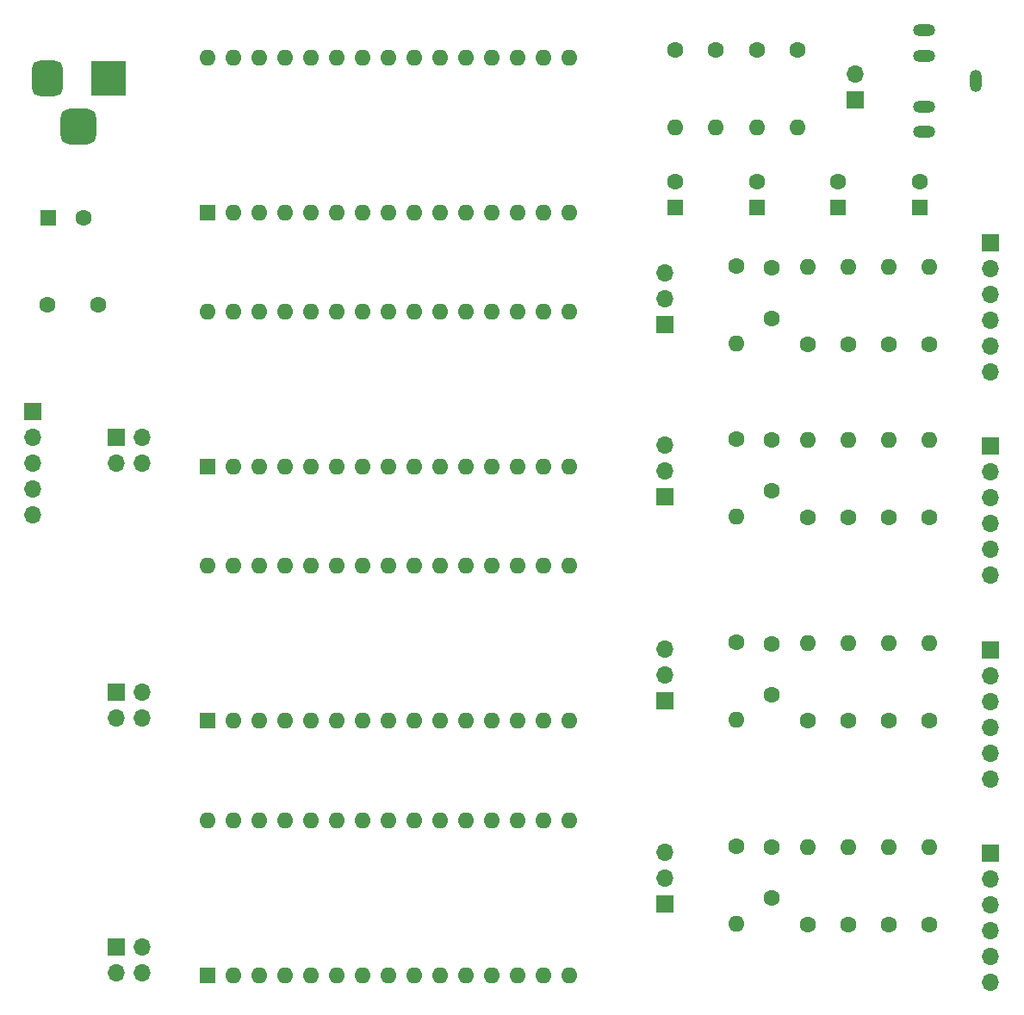
<source format=gbr>
%TF.GenerationSoftware,KiCad,Pcbnew,(6.0.5)*%
%TF.CreationDate,2022-10-27T12:03:10+01:00*%
%TF.ProjectId,NanoMultiTone,4e616e6f-4d75-46c7-9469-546f6e652e6b,rev?*%
%TF.SameCoordinates,Original*%
%TF.FileFunction,Soldermask,Top*%
%TF.FilePolarity,Negative*%
%FSLAX46Y46*%
G04 Gerber Fmt 4.6, Leading zero omitted, Abs format (unit mm)*
G04 Created by KiCad (PCBNEW (6.0.5)) date 2022-10-27 12:03:10*
%MOMM*%
%LPD*%
G01*
G04 APERTURE LIST*
G04 Aperture macros list*
%AMRoundRect*
0 Rectangle with rounded corners*
0 $1 Rounding radius*
0 $2 $3 $4 $5 $6 $7 $8 $9 X,Y pos of 4 corners*
0 Add a 4 corners polygon primitive as box body*
4,1,4,$2,$3,$4,$5,$6,$7,$8,$9,$2,$3,0*
0 Add four circle primitives for the rounded corners*
1,1,$1+$1,$2,$3*
1,1,$1+$1,$4,$5*
1,1,$1+$1,$6,$7*
1,1,$1+$1,$8,$9*
0 Add four rect primitives between the rounded corners*
20,1,$1+$1,$2,$3,$4,$5,0*
20,1,$1+$1,$4,$5,$6,$7,0*
20,1,$1+$1,$6,$7,$8,$9,0*
20,1,$1+$1,$8,$9,$2,$3,0*%
G04 Aperture macros list end*
%ADD10C,1.600000*%
%ADD11O,1.600000X1.600000*%
%ADD12R,1.700000X1.700000*%
%ADD13O,1.700000X1.700000*%
%ADD14R,3.500000X3.500000*%
%ADD15RoundRect,0.750000X-0.750000X-1.000000X0.750000X-1.000000X0.750000X1.000000X-0.750000X1.000000X0*%
%ADD16RoundRect,0.875000X-0.875000X-0.875000X0.875000X-0.875000X0.875000X0.875000X-0.875000X0.875000X0*%
%ADD17R,1.600000X1.600000*%
%ADD18O,2.200000X1.200000*%
%ADD19O,1.200000X2.200000*%
G04 APERTURE END LIST*
D10*
%TO.C,R17*%
X129000000Y-83000000D03*
D11*
X129000000Y-75380000D03*
%TD*%
D10*
%TO.C,R9*%
X133000000Y-120000000D03*
D11*
X133000000Y-112380000D03*
%TD*%
D12*
%TO.C,J6*%
X147000000Y-73000000D03*
D13*
X147000000Y-75540000D03*
X147000000Y-78080000D03*
X147000000Y-80620000D03*
X147000000Y-83160000D03*
X147000000Y-85700000D03*
%TD*%
D10*
%TO.C,R2*%
X137000000Y-83000000D03*
D11*
X137000000Y-75380000D03*
%TD*%
D10*
%TO.C,R11*%
X137000000Y-140000000D03*
D11*
X137000000Y-132380000D03*
%TD*%
D10*
%TO.C,R4*%
X141000000Y-100000000D03*
D11*
X141000000Y-92380000D03*
%TD*%
D14*
%TO.C,J2*%
X60300000Y-56812500D03*
D15*
X54300000Y-56812500D03*
D16*
X57300000Y-61512500D03*
%TD*%
D10*
%TO.C,R7*%
X141000000Y-120000000D03*
D11*
X141000000Y-112380000D03*
%TD*%
D10*
%TO.C,R1*%
X141000000Y-83000000D03*
D11*
X141000000Y-75380000D03*
%TD*%
D10*
%TO.C,R13*%
X122000000Y-75300000D03*
D11*
X122000000Y-82920000D03*
%TD*%
D10*
%TO.C,R12*%
X133000000Y-140000000D03*
D11*
X133000000Y-132380000D03*
%TD*%
D12*
%TO.C,J3*%
X61000000Y-92145000D03*
D13*
X63540000Y-92145000D03*
X61000000Y-94685000D03*
X63540000Y-94685000D03*
%TD*%
D12*
%TO.C,J11*%
X115000000Y-98000000D03*
D13*
X115000000Y-95460000D03*
X115000000Y-92920000D03*
%TD*%
D10*
%TO.C,R20*%
X129000000Y-140000000D03*
D11*
X129000000Y-132380000D03*
%TD*%
D17*
%TO.C,C1*%
X54337349Y-70540000D03*
D10*
X57837349Y-70540000D03*
%TD*%
%TO.C,R6*%
X133000000Y-100000000D03*
D11*
X133000000Y-92380000D03*
%TD*%
D10*
%TO.C,R21*%
X116000000Y-54000000D03*
D11*
X116000000Y-61620000D03*
%TD*%
D18*
%TO.C,J15*%
X140490000Y-62080000D03*
X140490000Y-59580000D03*
D19*
X145490000Y-57080000D03*
D18*
X140490000Y-52080000D03*
X140490000Y-54580000D03*
%TD*%
D10*
%TO.C,R3*%
X133000000Y-83000000D03*
D11*
X133000000Y-75380000D03*
%TD*%
D17*
%TO.C,C8*%
X124000000Y-69500000D03*
D10*
X124000000Y-67000000D03*
%TD*%
%TO.C,R14*%
X122000000Y-92300000D03*
D11*
X122000000Y-99920000D03*
%TD*%
D12*
%TO.C,J5*%
X61000000Y-142245000D03*
D13*
X63540000Y-142245000D03*
X61000000Y-144785000D03*
X63540000Y-144785000D03*
%TD*%
D10*
%TO.C,R22*%
X120000000Y-54000000D03*
D11*
X120000000Y-61620000D03*
%TD*%
D10*
%TO.C,C3*%
X125500000Y-75400000D03*
X125500000Y-80400000D03*
%TD*%
D17*
%TO.C,C9*%
X132000000Y-69500000D03*
D10*
X132000000Y-67000000D03*
%TD*%
%TO.C,R15*%
X122000000Y-112300000D03*
D11*
X122000000Y-119920000D03*
%TD*%
D10*
%TO.C,R8*%
X137000000Y-120000000D03*
D11*
X137000000Y-112380000D03*
%TD*%
D10*
%TO.C,R10*%
X141000000Y-140000000D03*
D11*
X141000000Y-132380000D03*
%TD*%
D10*
%TO.C,R5*%
X137000000Y-100000000D03*
D11*
X137000000Y-92380000D03*
%TD*%
D10*
%TO.C,C4*%
X125500000Y-92400000D03*
X125500000Y-97400000D03*
%TD*%
D17*
%TO.C,C7*%
X116000000Y-69500000D03*
D10*
X116000000Y-67000000D03*
%TD*%
D12*
%TO.C,J10*%
X115000000Y-81000000D03*
D13*
X115000000Y-78460000D03*
X115000000Y-75920000D03*
%TD*%
D17*
%TO.C,A3*%
X70000000Y-120000000D03*
D11*
X72540000Y-120000000D03*
X75080000Y-120000000D03*
X77620000Y-120000000D03*
X80160000Y-120000000D03*
X82700000Y-120000000D03*
X85240000Y-120000000D03*
X87780000Y-120000000D03*
X90320000Y-120000000D03*
X92860000Y-120000000D03*
X95400000Y-120000000D03*
X97940000Y-120000000D03*
X100480000Y-120000000D03*
X103020000Y-120000000D03*
X105560000Y-120000000D03*
X105560000Y-104760000D03*
X103020000Y-104760000D03*
X100480000Y-104760000D03*
X97940000Y-104760000D03*
X95400000Y-104760000D03*
X92860000Y-104760000D03*
X90320000Y-104760000D03*
X87780000Y-104760000D03*
X85240000Y-104760000D03*
X82700000Y-104760000D03*
X80160000Y-104760000D03*
X77620000Y-104760000D03*
X75080000Y-104760000D03*
X72540000Y-104760000D03*
X70000000Y-104760000D03*
%TD*%
D17*
%TO.C,C10*%
X140000000Y-69500000D03*
D10*
X140000000Y-67000000D03*
%TD*%
D12*
%TO.C,J1*%
X52850000Y-89585000D03*
D13*
X52850000Y-92125000D03*
X52850000Y-94665000D03*
X52850000Y-97205000D03*
X52850000Y-99745000D03*
%TD*%
D12*
%TO.C,J8*%
X147000000Y-113000000D03*
D13*
X147000000Y-115540000D03*
X147000000Y-118080000D03*
X147000000Y-120620000D03*
X147000000Y-123160000D03*
X147000000Y-125700000D03*
%TD*%
D12*
%TO.C,J12*%
X115000000Y-118000000D03*
D13*
X115000000Y-115460000D03*
X115000000Y-112920000D03*
%TD*%
D12*
%TO.C,J7*%
X147000000Y-93000000D03*
D13*
X147000000Y-95540000D03*
X147000000Y-98080000D03*
X147000000Y-100620000D03*
X147000000Y-103160000D03*
X147000000Y-105700000D03*
%TD*%
D17*
%TO.C,A1*%
X70000000Y-70000000D03*
D11*
X72540000Y-70000000D03*
X75080000Y-70000000D03*
X77620000Y-70000000D03*
X80160000Y-70000000D03*
X82700000Y-70000000D03*
X85240000Y-70000000D03*
X87780000Y-70000000D03*
X90320000Y-70000000D03*
X92860000Y-70000000D03*
X95400000Y-70000000D03*
X97940000Y-70000000D03*
X100480000Y-70000000D03*
X103020000Y-70000000D03*
X105560000Y-70000000D03*
X105560000Y-54760000D03*
X103020000Y-54760000D03*
X100480000Y-54760000D03*
X97940000Y-54760000D03*
X95400000Y-54760000D03*
X92860000Y-54760000D03*
X90320000Y-54760000D03*
X87780000Y-54760000D03*
X85240000Y-54760000D03*
X82700000Y-54760000D03*
X80160000Y-54760000D03*
X77620000Y-54760000D03*
X75080000Y-54760000D03*
X72540000Y-54760000D03*
X70000000Y-54760000D03*
%TD*%
D17*
%TO.C,A2*%
X70000000Y-95000000D03*
D11*
X72540000Y-95000000D03*
X75080000Y-95000000D03*
X77620000Y-95000000D03*
X80160000Y-95000000D03*
X82700000Y-95000000D03*
X85240000Y-95000000D03*
X87780000Y-95000000D03*
X90320000Y-95000000D03*
X92860000Y-95000000D03*
X95400000Y-95000000D03*
X97940000Y-95000000D03*
X100480000Y-95000000D03*
X103020000Y-95000000D03*
X105560000Y-95000000D03*
X105560000Y-79760000D03*
X103020000Y-79760000D03*
X100480000Y-79760000D03*
X97940000Y-79760000D03*
X95400000Y-79760000D03*
X92860000Y-79760000D03*
X90320000Y-79760000D03*
X87780000Y-79760000D03*
X85240000Y-79760000D03*
X82700000Y-79760000D03*
X80160000Y-79760000D03*
X77620000Y-79760000D03*
X75080000Y-79760000D03*
X72540000Y-79760000D03*
X70000000Y-79760000D03*
%TD*%
D10*
%TO.C,C6*%
X125500000Y-132400000D03*
X125500000Y-137400000D03*
%TD*%
D17*
%TO.C,A4*%
X70000000Y-145000000D03*
D11*
X72540000Y-145000000D03*
X75080000Y-145000000D03*
X77620000Y-145000000D03*
X80160000Y-145000000D03*
X82700000Y-145000000D03*
X85240000Y-145000000D03*
X87780000Y-145000000D03*
X90320000Y-145000000D03*
X92860000Y-145000000D03*
X95400000Y-145000000D03*
X97940000Y-145000000D03*
X100480000Y-145000000D03*
X103020000Y-145000000D03*
X105560000Y-145000000D03*
X105560000Y-129760000D03*
X103020000Y-129760000D03*
X100480000Y-129760000D03*
X97940000Y-129760000D03*
X95400000Y-129760000D03*
X92860000Y-129760000D03*
X90320000Y-129760000D03*
X87780000Y-129760000D03*
X85240000Y-129760000D03*
X82700000Y-129760000D03*
X80160000Y-129760000D03*
X77620000Y-129760000D03*
X75080000Y-129760000D03*
X72540000Y-129760000D03*
X70000000Y-129760000D03*
%TD*%
D12*
%TO.C,J9*%
X147000000Y-133000000D03*
D13*
X147000000Y-135540000D03*
X147000000Y-138080000D03*
X147000000Y-140620000D03*
X147000000Y-143160000D03*
X147000000Y-145700000D03*
%TD*%
D12*
%TO.C,J13*%
X115000000Y-138000000D03*
D13*
X115000000Y-135460000D03*
X115000000Y-132920000D03*
%TD*%
D12*
%TO.C,J4*%
X61000000Y-117185000D03*
D13*
X63540000Y-117185000D03*
X61000000Y-119725000D03*
X63540000Y-119725000D03*
%TD*%
D10*
%TO.C,R18*%
X129000000Y-100000000D03*
D11*
X129000000Y-92380000D03*
%TD*%
D10*
%TO.C,R16*%
X122000000Y-132300000D03*
D11*
X122000000Y-139920000D03*
%TD*%
D10*
%TO.C,R19*%
X129000000Y-120000000D03*
D11*
X129000000Y-112380000D03*
%TD*%
D10*
%TO.C,C5*%
X125500000Y-112400000D03*
X125500000Y-117400000D03*
%TD*%
%TO.C,R23*%
X124000000Y-54000000D03*
D11*
X124000000Y-61620000D03*
%TD*%
D10*
%TO.C,R24*%
X128000000Y-54000000D03*
D11*
X128000000Y-61620000D03*
%TD*%
D10*
%TO.C,C2*%
X54280000Y-79080000D03*
X59280000Y-79080000D03*
%TD*%
D12*
%TO.C,J14*%
X133710000Y-58925000D03*
D13*
X133710000Y-56385000D03*
%TD*%
M02*

</source>
